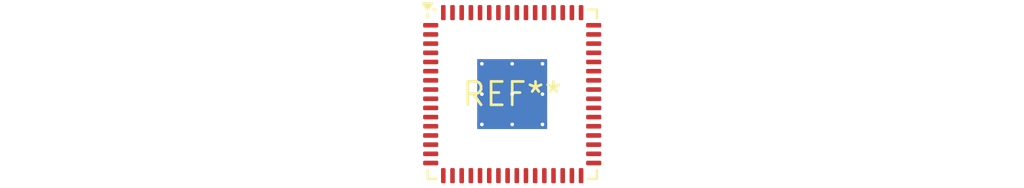
<source format=kicad_pcb>
(kicad_pcb (version 20240108) (generator pcbnew)
  (layers (0 "F.Cu" signal) (31 "B.Cu" signal) (34 "B.Paste" user) (35 "F.Paste" user) (36 "B.SilkS" user "B.Silkscreen") (37 "F.SilkS" user "F.Silkscreen") (38 "B.Mask" user) (39 "F.Mask" user) (44 "Edge.Cuts" user))
  (net 0 "")
  (footprint "QFN-64-1EP_9x9mm_P0.5mm_EP3.8x3.8mm_ThermalVias" (layer "F.Cu") (at 0 0)
    (property "Reference" "REF**")
    (property "Value" "QFN-64-1EP_9x9mm_P0.5mm_EP3.8x3.8mm_ThermalVias")
    (fp_line (start -4.61 -4.135) (end -4.61 -4.37) (layer "F.SilkS") (stroke (width 0.12)))
    (fp_line (start -4.61 4.61) (end -4.61 4.135) (layer "F.SilkS") (stroke (width 0.12)))
    (fp_line (start -4.135 -4.61) (end -4.31 -4.61) (layer "F.SilkS") (stroke (width 0.12)))
    (fp_line (start -4.135 4.61) (end -4.61 4.61) (layer "F.SilkS") (stroke (width 0.12)))
    (fp_line (start 4.135 -4.61) (end 4.61 -4.61) (layer "F.SilkS") (stroke (width 0.12)))
    (fp_line (start 4.135 4.61) (end 4.61 4.61) (layer "F.SilkS") (stroke (width 0.12)))
    (fp_line (start 4.61 -4.61) (end 4.61 -4.135) (layer "F.SilkS") (stroke (width 0.12)))
    (fp_line (start 4.61 4.61) (end 4.61 4.135) (layer "F.SilkS") (stroke (width 0.12)))
    (fp_poly (pts (xy -4.61 -4.61) (xy -4.85 -4.94) (xy -4.37 -4.94) (xy -4.61 -4.61)) (layer "F.SilkS") (stroke (width 0.12)) (fill solid))
    (pad "1" smd roundrect (at -4.4375 -3.75) (size 0.825 0.25) (layers "F.Cu" "F.Paste" "F.Mask"))
    (pad "2" smd roundrect (at -4.4375 -3.25) (size 0.825 0.25) (layers "F.Cu" "F.Paste" "F.Mask"))
    (pad "3" smd roundrect (at -4.4375 -2.75) (size 0.825 0.25) (layers "F.Cu" "F.Paste" "F.Mask"))
    (pad "4" smd roundrect (at -4.4375 -2.25) (size 0.825 0.25) (layers "F.Cu" "F.Paste" "F.Mask"))
    (pad "5" smd roundrect (at -4.4375 -1.75) (size 0.825 0.25) (layers "F.Cu" "F.Paste" "F.Mask"))
    (pad "6" smd roundrect (at -4.4375 -1.25) (size 0.825 0.25) (layers "F.Cu" "F.Paste" "F.Mask"))
    (pad "7" smd roundrect (at -4.4375 -0.75) (size 0.825 0.25) (layers "F.Cu" "F.Paste" "F.Mask"))
    (pad "8" smd roundrect (at -4.4375 -0.25) (size 0.825 0.25) (layers "F.Cu" "F.Paste" "F.Mask"))
    (pad "9" smd roundrect (at -4.4375 0.25) (size 0.825 0.25) (layers "F.Cu" "F.Paste" "F.Mask"))
    (pad "10" smd roundrect (at -4.4375 0.75) (size 0.825 0.25) (layers "F.Cu" "F.Paste" "F.Mask"))
    (pad "11" smd roundrect (at -4.4375 1.25) (size 0.825 0.25) (layers "F.Cu" "F.Paste" "F.Mask"))
    (pad "12" smd roundrect (at -4.4375 1.75) (size 0.825 0.25) (layers "F.Cu" "F.Paste" "F.Mask"))
    (pad "13" smd roundrect (at -4.4375 2.25) (size 0.825 0.25) (layers "F.Cu" "F.Paste" "F.Mask"))
    (pad "14" smd roundrect (at -4.4375 2.75) (size 0.825 0.25) (layers "F.Cu" "F.Paste" "F.Mask"))
    (pad "15" smd roundrect (at -4.4375 3.25) (size 0.825 0.25) (layers "F.Cu" "F.Paste" "F.Mask"))
    (pad "16" smd roundrect (at -4.4375 3.75) (size 0.825 0.25) (layers "F.Cu" "F.Paste" "F.Mask"))
    (pad "17" smd roundrect (at -3.75 4.4375) (size 0.25 0.825) (layers "F.Cu" "F.Paste" "F.Mask"))
    (pad "18" smd roundrect (at -3.25 4.4375) (size 0.25 0.825) (layers "F.Cu" "F.Paste" "F.Mask"))
    (pad "19" smd roundrect (at -2.75 4.4375) (size 0.25 0.825) (layers "F.Cu" "F.Paste" "F.Mask"))
    (pad "20" smd roundrect (at -2.25 4.4375) (size 0.25 0.825) (layers "F.Cu" "F.Paste" "F.Mask"))
    (pad "21" smd roundrect (at -1.75 4.4375) (size 0.25 0.825) (layers "F.Cu" "F.Paste" "F.Mask"))
    (pad "22" smd roundrect (at -1.25 4.4375) (size 0.25 0.825) (layers "F.Cu" "F.Paste" "F.Mask"))
    (pad "23" smd roundrect (at -0.75 4.4375) (size 0.25 0.825) (layers "F.Cu" "F.Paste" "F.Mask"))
    (pad "24" smd roundrect (at -0.25 4.4375) (size 0.25 0.825) (layers "F.Cu" "F.Paste" "F.Mask"))
    (pad "25" smd roundrect (at 0.25 4.4375) (size 0.25 0.825) (layers "F.Cu" "F.Paste" "F.Mask"))
    (pad "26" smd roundrect (at 0.75 4.4375) (size 0.25 0.825) (layers "F.Cu" "F.Paste" "F.Mask"))
    (pad "27" smd roundrect (at 1.25 4.4375) (size 0.25 0.825) (layers "F.Cu" "F.Paste" "F.Mask"))
    (pad "28" smd roundrect (at 1.75 4.4375) (size 0.25 0.825) (layers "F.Cu" "F.Paste" "F.Mask"))
    (pad "29" smd roundrect (at 2.25 4.4375) (size 0.25 0.825) (layers "F.Cu" "F.Paste" "F.Mask"))
    (pad "30" smd roundrect (at 2.75 4.4375) (size 0.25 0.825) (layers "F.Cu" "F.Paste" "F.Mask"))
    (pad "31" smd roundrect (at 3.25 4.4375) (size 0.25 0.825) (layers "F.Cu" "F.Paste" "F.Mask"))
    (pad "32" smd roundrect (at 3.75 4.4375) (size 0.25 0.825) (layers "F.Cu" "F.Paste" "F.Mask"))
    (pad "33" smd roundrect (at 4.4375 3.75) (size 0.825 0.25) (layers "F.Cu" "F.Paste" "F.Mask"))
    (pad "34" smd roundrect (at 4.4375 3.25) (size 0.825 0.25) (layers "F.Cu" "F.Paste" "F.Mask"))
    (pad "35" smd roundrect (at 4.4375 2.75) (size 0.825 0.25) (layers "F.Cu" "F.Paste" "F.Mask"))
    (pad "36" smd roundrect (at 4.4375 2.25) (size 0.825 0.25) (layers "F.Cu" "F.Paste" "F.Mask"))
    (pad "37" smd roundrect (at 4.4375 1.75) (size 0.825 0.25) (layers "F.Cu" "F.Paste" "F.Mask"))
    (pad "38" smd roundrect (at 4.4375 1.25) (size 0.825 0.25) (layers "F.Cu" "F.Paste" "F.Mask"))
    (pad "39" smd roundrect (at 4.4375 0.75) (size 0.825 0.25) (layers "F.Cu" "F.Paste" "F.Mask"))
    (pad "40" smd roundrect (at 4.4375 0.25) (size 0.825 0.25) (layers "F.Cu" "F.Paste" "F.Mask"))
    (pad "41" smd roundrect (at 4.4375 -0.25) (size 0.825 0.25) (layers "F.Cu" "F.Paste" "F.Mask"))
    (pad "42" smd roundrect (at 4.4375 -0.75) (size 0.825 0.25) (layers "F.Cu" "F.Paste" "F.Mask"))
    (pad "43" smd roundrect (at 4.4375 -1.25) (size 0.825 0.25) (layers "F.Cu" "F.Paste" "F.Mask"))
    (pad "44" smd roundrect (at 4.4375 -1.75) (size 0.825 0.25) (layers "F.Cu" "F.Paste" "F.Mask"))
    (pad "45" smd roundrect (at 4.4375 -2.25) (size 0.825 0.25) (layers "F.Cu" "F.Paste" "F.Mask"))
    (pad "46" smd roundrect (at 4.4375 -2.75) (size 0.825 0.25) (layers "F.Cu" "F.Paste" "F.Mask"))
    (pad "47" smd roundrect (at 4.4375 -3.25) (size 0.825 0.25) (layers "F.Cu" "F.Paste" "F.Mask"))
    (pad "48" smd roundrect (at 4.4375 -3.75) (size 0.825 0.25) (layers "F.Cu" "F.Paste" "F.Mask"))
    (pad "49" smd roundrect (at 3.75 -4.4375) (size 0.25 0.825) (layers "F.Cu" "F.Paste" "F.Mask"))
    (pad "50" smd roundrect (at 3.25 -4.4375) (size 0.25 0.825) (layers "F.Cu" "F.Paste" "F.Mask"))
    (pad "51" smd roundrect (at 2.75 -4.4375) (size 0.25 0.825) (layers "F.Cu" "F.Paste" "F.Mask"))
    (pad "52" smd roundrect (at 2.25 -4.4375) (size 0.25 0.825) (layers "F.Cu" "F.Paste" "F.Mask"))
    (pad "53" smd roundrect (at 1.75 -4.4375) (size 0.25 0.825) (layers "F.Cu" "F.Paste" "F.Mask"))
    (pad "54" smd roundrect (at 1.25 -4.4375) (size 0.25 0.825) (layers "F.Cu" "F.Paste" "F.Mask"))
    (pad "55" smd roundrect (at 0.75 -4.4375) (size 0.25 0.825) (layers "F.Cu" "F.Paste" "F.Mask"))
    (pad "56" smd roundrect (at 0.25 -4.4375) (size 0.25 0.825) (layers "F.Cu" "F.Paste" "F.Mask"))
    (pad "57" smd roundrect (at -0.25 -4.4375) (size 0.25 0.825) (layers "F.Cu" "F.Paste" "F.Mask"))
    (pad "58" smd roundrect (at -0.75 -4.4375) (size 0.25 0.825) (layers "F.Cu" "F.Paste" "F.Mask"))
    (pad "59" smd roundrect (at -1.25 -4.4375) (size 0.25 0.825) (layers "F.Cu" "F.Paste" "F.Mask"))
    (pad "60" smd roundrect (at -1.75 -4.4375) (size 0.25 0.825) (layers "F.Cu" "F.Paste" "F.Mask"))
    (pad "61" smd roundrect (at -2.25 -4.4375) (size 0.25 0.825) (layers "F.Cu" "F.Paste" "F.Mask"))
    (pad "62" smd roundrect (at -2.75 -4.4375) (size 0.25 0.825) (layers "F.Cu" "F.Paste" "F.Mask"))
    (pad "63" smd roundrect (at -3.25 -4.4375) (size 0.25 0.825) (layers "F.Cu" "F.Paste" "F.Mask"))
    (pad "64" smd roundrect (at -3.75 -4.4375) (size 0.25 0.825) (layers "F.Cu" "F.Paste" "F.Mask"))
    (pad "65" thru_hole circle (at -1.65 -1.65) (size 0.5 0.5) (drill 0.2) (property pad_prop_heatsink) (layers *.Cu) (remove_unused_layers))
    (pad "65" thru_hole circle (at -1.65 0) (size 0.5 0.5) (drill 0.2) (property pad_prop_heatsink) (layers *.Cu) (remove_unused_layers))
    (pad "65" thru_hole circle (at -1.65 1.65) (size 0.5 0.5) (drill 0.2) (property pad_prop_heatsink) (layers *.Cu) (remove_unused_layers))
    (pad "65" thru_hole circle (at 0 -1.65) (size 0.5 0.5) (drill 0.2) (property pad_prop_heatsink) (layers *.Cu) (remove_unused_layers))
    (pad "65" thru_hole circle (at 0 0) (size 0.5 0.5) (drill 0.2) (property pad_prop_heatsink) (layers *.Cu) (remove_unused_layers))
    (pad "65" smd rect (at 0 0) (size 3.8 3.8) (property pad_prop_heatsink) (layers "F.Cu" "F.Mask"))
    (pad "65" smd rect (at 0 0) (size 3.8 3.8) (property pad_prop_heatsink) (layers "B.Cu"))
    (pad "65" thru_hole circle (at 0 1.65) (size 0.5 0.5) (drill 0.2) (property pad_prop_heatsink) (layers *.Cu) (remove_unused_layers))
    (pad "65" thru_hole circle (at 1.65 -1.65) (size 0.5 0.5) (drill 0.2) (property pad_prop_heatsink) (layers *.Cu) (remove_unused_layers))
    (pad "65" thru_hole circle (at 1.65 0) (size 0.5 0.5) (drill 0.2) (property pad_prop_heatsink) (layers *.Cu) (remove_unused_layers))
    (pad "65" thru_hole circle (at 1.65 1.65) (size 0.5 0.5) (drill 0.2) (property pad_prop_heatsink) (layers *.Cu) (remove_unused_layers))
  )
)
</source>
